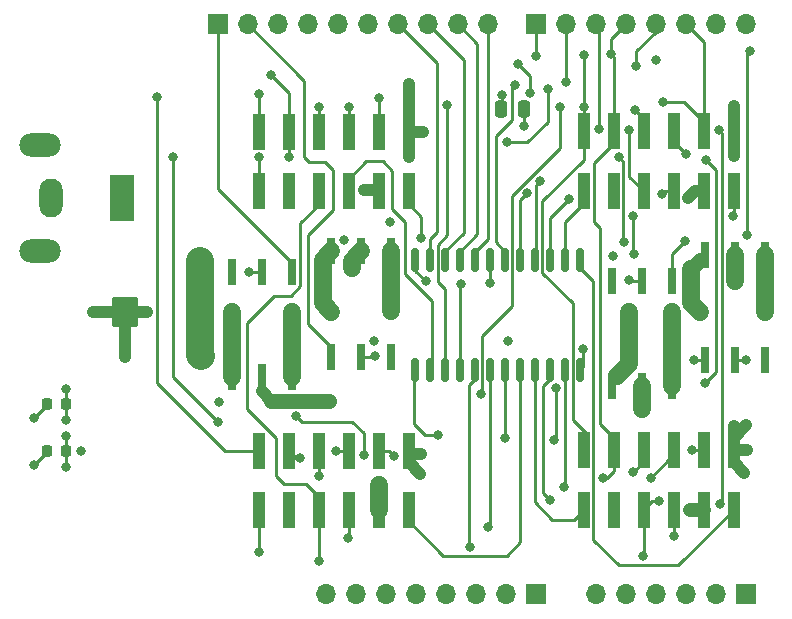
<source format=gbr>
%TF.GenerationSoftware,KiCad,Pcbnew,7.0.7*%
%TF.CreationDate,2024-12-12T20:18:19-05:00*%
%TF.ProjectId,design-files_CB,64657369-676e-42d6-9669-6c65735f4342,rev?*%
%TF.SameCoordinates,Original*%
%TF.FileFunction,Copper,L1,Top*%
%TF.FilePolarity,Positive*%
%FSLAX46Y46*%
G04 Gerber Fmt 4.6, Leading zero omitted, Abs format (unit mm)*
G04 Created by KiCad (PCBNEW 7.0.7) date 2024-12-12 20:18:19*
%MOMM*%
%LPD*%
G01*
G04 APERTURE LIST*
G04 Aperture macros list*
%AMRoundRect*
0 Rectangle with rounded corners*
0 $1 Rounding radius*
0 $2 $3 $4 $5 $6 $7 $8 $9 X,Y pos of 4 corners*
0 Add a 4 corners polygon primitive as box body*
4,1,4,$2,$3,$4,$5,$6,$7,$8,$9,$2,$3,0*
0 Add four circle primitives for the rounded corners*
1,1,$1+$1,$2,$3*
1,1,$1+$1,$4,$5*
1,1,$1+$1,$6,$7*
1,1,$1+$1,$8,$9*
0 Add four rect primitives between the rounded corners*
20,1,$1+$1,$2,$3,$4,$5,0*
20,1,$1+$1,$4,$5,$6,$7,0*
20,1,$1+$1,$6,$7,$8,$9,0*
20,1,$1+$1,$8,$9,$2,$3,0*%
G04 Aperture macros list end*
%TA.AperFunction,SMDPad,CuDef*%
%ADD10RoundRect,0.250000X0.250000X0.475000X-0.250000X0.475000X-0.250000X-0.475000X0.250000X-0.475000X0*%
%TD*%
%TA.AperFunction,SMDPad,CuDef*%
%ADD11R,0.650000X2.200000*%
%TD*%
%TA.AperFunction,SMDPad,CuDef*%
%ADD12R,1.000000X3.150000*%
%TD*%
%TA.AperFunction,SMDPad,CuDef*%
%ADD13RoundRect,0.150000X0.150000X-0.875000X0.150000X0.875000X-0.150000X0.875000X-0.150000X-0.875000X0*%
%TD*%
%TA.AperFunction,ComponentPad*%
%ADD14R,2.000000X4.000000*%
%TD*%
%TA.AperFunction,ComponentPad*%
%ADD15O,2.000000X3.300000*%
%TD*%
%TA.AperFunction,ComponentPad*%
%ADD16O,3.500000X2.000000*%
%TD*%
%TA.AperFunction,SMDPad,CuDef*%
%ADD17RoundRect,0.218750X0.218750X0.256250X-0.218750X0.256250X-0.218750X-0.256250X0.218750X-0.256250X0*%
%TD*%
%TA.AperFunction,SMDPad,CuDef*%
%ADD18RoundRect,0.250000X0.875000X1.025000X-0.875000X1.025000X-0.875000X-1.025000X0.875000X-1.025000X0*%
%TD*%
%TA.AperFunction,ComponentPad*%
%ADD19R,1.700000X1.700000*%
%TD*%
%TA.AperFunction,ComponentPad*%
%ADD20O,1.700000X1.700000*%
%TD*%
%TA.AperFunction,ViaPad*%
%ADD21C,0.800000*%
%TD*%
%TA.AperFunction,ViaPad*%
%ADD22C,1.600000*%
%TD*%
%TA.AperFunction,Conductor*%
%ADD23C,1.500000*%
%TD*%
%TA.AperFunction,Conductor*%
%ADD24C,0.250000*%
%TD*%
%TA.AperFunction,Conductor*%
%ADD25C,2.350000*%
%TD*%
%TA.AperFunction,Conductor*%
%ADD26C,1.300000*%
%TD*%
%TA.AperFunction,Conductor*%
%ADD27C,1.000000*%
%TD*%
%TA.AperFunction,Conductor*%
%ADD28C,1.200000*%
%TD*%
G04 APERTURE END LIST*
D10*
%TO.P,C5,1*%
%TO.N,+5V*%
X61570000Y-25050000D03*
%TO.P,C5,2*%
%TO.N,GND*%
X59670000Y-25050000D03*
%TD*%
D11*
%TO.P,U8,1*%
%TO.N,H3-D18*%
X74100000Y-39550000D03*
%TO.P,U8,2*%
%TO.N,GND*%
X71560000Y-39550000D03*
%TO.P,U8,3*%
%TO.N,N/C*%
X69020000Y-39550000D03*
%TO.P,U8,4*%
%TO.N,+9V*%
X69020000Y-48450000D03*
%TO.P,U8,5*%
%TO.N,Net-(R11-Pad2)*%
X71560000Y-48450000D03*
%TO.P,U8,6*%
%TO.N,+9V*%
X74100000Y-48450000D03*
%TD*%
D12*
%TO.P,J2,1,Pin_1*%
%TO.N,2-CS*%
X39130000Y-58990000D03*
%TO.P,J2,2,Pin_2*%
%TO.N,DIN*%
X39130000Y-53940000D03*
%TO.P,J2,3,Pin_3*%
%TO.N,unconnected-(J2-Pin_3-Pad3)*%
X41670000Y-58990000D03*
%TO.P,J2,4,Pin_4*%
%TO.N,~{RST}*%
X41670000Y-53940000D03*
%TO.P,J2,5,Pin_5*%
%TO.N,DOUT*%
X44210000Y-58990000D03*
%TO.P,J2,6,Pin_6*%
%TO.N,+5V*%
X44210000Y-53940000D03*
%TO.P,J2,7,Pin_7*%
%TO.N,2-CS_T1*%
X46750000Y-58990000D03*
%TO.P,J2,8,Pin_8*%
%TO.N,2-CS_T2*%
X46750000Y-53940000D03*
%TO.P,J2,9,Pin_9*%
%TO.N,2-Heater*%
X49290000Y-58990000D03*
%TO.P,J2,10,Pin_10*%
%TO.N,CLK*%
X49290000Y-53940000D03*
%TO.P,J2,11,Pin_11*%
%TO.N,2-CS_T3*%
X51830000Y-58990000D03*
%TO.P,J2,12,Pin_12*%
%TO.N,GND*%
X51830000Y-53940000D03*
%TD*%
%TO.P,J5,1,Pin_1*%
%TO.N,4-CS*%
X66630000Y-31940000D03*
%TO.P,J5,2,Pin_2*%
%TO.N,DIN*%
X66630000Y-26890000D03*
%TO.P,J5,3,Pin_3*%
%TO.N,unconnected-(J5-Pin_3-Pad3)*%
X69170000Y-31940000D03*
%TO.P,J5,4,Pin_4*%
%TO.N,~{RST}*%
X69170000Y-26890000D03*
%TO.P,J5,5,Pin_5*%
%TO.N,DOUT*%
X71710000Y-31940000D03*
%TO.P,J5,6,Pin_6*%
%TO.N,+5V*%
X71710000Y-26890000D03*
%TO.P,J5,7,Pin_7*%
%TO.N,4-CS_T1*%
X74250000Y-31940000D03*
%TO.P,J5,8,Pin_8*%
%TO.N,4-CS_T2*%
X74250000Y-26890000D03*
%TO.P,J5,9,Pin_9*%
%TO.N,4-Heater*%
X76790000Y-31940000D03*
%TO.P,J5,10,Pin_10*%
%TO.N,CLK*%
X76790000Y-26890000D03*
%TO.P,J5,11,Pin_11*%
%TO.N,4-CS_T3*%
X79330000Y-31940000D03*
%TO.P,J5,12,Pin_12*%
%TO.N,GND*%
X79330000Y-26890000D03*
%TD*%
D13*
%TO.P,U1,1,~{Y0}*%
%TO.N,1-CS*%
X52360000Y-47090000D03*
%TO.P,U1,2,~{Y1}*%
%TO.N,1-CS_T1*%
X53630000Y-47090000D03*
%TO.P,U1,3,~{Y2}*%
%TO.N,1-CS_T2*%
X54900000Y-47090000D03*
%TO.P,U1,4,~{Y3}*%
%TO.N,1-CS_T3*%
X56170000Y-47090000D03*
%TO.P,U1,5,~{Y4}*%
%TO.N,2-CS*%
X57440000Y-47090000D03*
%TO.P,U1,6,~{Y5}*%
%TO.N,2-CS_T1*%
X58710000Y-47090000D03*
%TO.P,U1,7,~{Y6}*%
%TO.N,2-CS_T2*%
X59980000Y-47090000D03*
%TO.P,U1,8,~{Y7}*%
%TO.N,2-CS_T3*%
X61250000Y-47090000D03*
%TO.P,U1,9,~{Y8}*%
%TO.N,3-CS*%
X62520000Y-47090000D03*
%TO.P,U1,10,~{Y9}*%
%TO.N,3-CS_T1*%
X63790000Y-47090000D03*
%TO.P,U1,11,~{Y10}*%
%TO.N,3-CS_T2*%
X65060000Y-47090000D03*
%TO.P,U1,12,GND*%
%TO.N,GND*%
X66330000Y-47090000D03*
%TO.P,U1,13,~{Y11}*%
%TO.N,3-CS_T3*%
X66330000Y-37790000D03*
%TO.P,U1,14,~{Y12}*%
%TO.N,4-CS*%
X65060000Y-37790000D03*
%TO.P,U1,15,~{Y13}*%
%TO.N,4-CS_T1*%
X63790000Y-37790000D03*
%TO.P,U1,16,~{Y14}*%
%TO.N,4-CS_T2*%
X62520000Y-37790000D03*
%TO.P,U1,17,~{Y15}*%
%TO.N,4-CS_T3*%
X61250000Y-37790000D03*
%TO.P,U1,18,~{E1}*%
%TO.N,~{ENABLE}*%
X59980000Y-37790000D03*
%TO.P,U1,19,~{E2}*%
%TO.N,GND*%
X58710000Y-37790000D03*
%TO.P,U1,20,A3*%
%TO.N,S-D8*%
X57440000Y-37790000D03*
%TO.P,U1,21,A2*%
%TO.N,S-D9*%
X56170000Y-37790000D03*
%TO.P,U1,22,A1*%
%TO.N,S-D10*%
X54900000Y-37790000D03*
%TO.P,U1,23,A0*%
%TO.N,S-D11*%
X53630000Y-37790000D03*
%TO.P,U1,24,Vcc*%
%TO.N,+5V*%
X52360000Y-37790000D03*
%TD*%
D11*
%TO.P,U9,1*%
%TO.N,H4-D19*%
X76880000Y-46290000D03*
%TO.P,U9,2*%
%TO.N,GND*%
X79420000Y-46290000D03*
%TO.P,U9,3*%
%TO.N,N/C*%
X81960000Y-46290000D03*
%TO.P,U9,4*%
%TO.N,+9V*%
X81960000Y-37390000D03*
%TO.P,U9,5*%
%TO.N,Net-(R14-Pad1)*%
X79420000Y-37390000D03*
%TO.P,U9,6*%
%TO.N,+9V*%
X76880000Y-37390000D03*
%TD*%
D14*
%TO.P,J1,1*%
%TO.N,/9V_IN*%
X27570000Y-32560000D03*
D15*
%TO.P,J1,2*%
%TO.N,GND*%
X21570000Y-32560000D03*
D16*
%TO.P,J1,MP*%
%TO.N,N/C*%
X20570000Y-28060000D03*
X20570000Y-37060000D03*
%TD*%
D12*
%TO.P,J3,1,Pin_1*%
%TO.N,1-CS*%
X39130000Y-31990000D03*
%TO.P,J3,2,Pin_2*%
%TO.N,DIN*%
X39130000Y-26940000D03*
%TO.P,J3,3,Pin_3*%
%TO.N,unconnected-(J3-Pin_3-Pad3)*%
X41670000Y-31990000D03*
%TO.P,J3,4,Pin_4*%
%TO.N,~{RST}*%
X41670000Y-26940000D03*
%TO.P,J3,5,Pin_5*%
%TO.N,DOUT*%
X44210000Y-31990000D03*
%TO.P,J3,6,Pin_6*%
%TO.N,+5V*%
X44210000Y-26940000D03*
%TO.P,J3,7,Pin_7*%
%TO.N,1-CS_T1*%
X46750000Y-31990000D03*
%TO.P,J3,8,Pin_8*%
%TO.N,1-CS_T2*%
X46750000Y-26940000D03*
%TO.P,J3,9,Pin_9*%
%TO.N,1-Heater*%
X49290000Y-31990000D03*
%TO.P,J3,10,Pin_10*%
%TO.N,CLK*%
X49290000Y-26940000D03*
%TO.P,J3,11,Pin_11*%
%TO.N,1-CS_T3*%
X51830000Y-31990000D03*
%TO.P,J3,12,Pin_12*%
%TO.N,GND*%
X51830000Y-26940000D03*
%TD*%
D11*
%TO.P,U6,1*%
%TO.N,H1-D13*%
X45230000Y-45970000D03*
%TO.P,U6,2*%
%TO.N,GND*%
X47770000Y-45970000D03*
%TO.P,U6,3*%
%TO.N,N/C*%
X50310000Y-45970000D03*
%TO.P,U6,4*%
%TO.N,+9V*%
X50310000Y-37070000D03*
%TO.P,U6,5*%
%TO.N,Net-(R1-Pad1)*%
X47770000Y-37070000D03*
%TO.P,U6,6*%
%TO.N,+9V*%
X45230000Y-37070000D03*
%TD*%
D17*
%TO.P,D17,1,K*%
%TO.N,GND*%
X22787500Y-54000000D03*
%TO.P,D17,2,A*%
%TO.N,Net-(D17-A)*%
X21212500Y-54000000D03*
%TD*%
D12*
%TO.P,J4,1,Pin_1*%
%TO.N,3-CS*%
X66630000Y-58940000D03*
%TO.P,J4,2,Pin_2*%
%TO.N,DIN*%
X66630000Y-53890000D03*
%TO.P,J4,3,Pin_3*%
%TO.N,unconnected-(J4-Pin_3-Pad3)*%
X69170000Y-58940000D03*
%TO.P,J4,4,Pin_4*%
%TO.N,~{RST}*%
X69170000Y-53890000D03*
%TO.P,J4,5,Pin_5*%
%TO.N,DOUT*%
X71710000Y-58940000D03*
%TO.P,J4,6,Pin_6*%
%TO.N,+5V*%
X71710000Y-53890000D03*
%TO.P,J4,7,Pin_7*%
%TO.N,3-CS_T1*%
X74250000Y-58940000D03*
%TO.P,J4,8,Pin_8*%
%TO.N,3-CS_T2*%
X74250000Y-53890000D03*
%TO.P,J4,9,Pin_9*%
%TO.N,3-Heater*%
X76790000Y-58940000D03*
%TO.P,J4,10,Pin_10*%
%TO.N,CLK*%
X76790000Y-53890000D03*
%TO.P,J4,11,Pin_11*%
%TO.N,3-CS_T3*%
X79330000Y-58940000D03*
%TO.P,J4,12,Pin_12*%
%TO.N,GND*%
X79330000Y-53890000D03*
%TD*%
D11*
%TO.P,U5,1*%
%TO.N,H2-D12*%
X41910000Y-38800000D03*
%TO.P,U5,2*%
%TO.N,GND*%
X39370000Y-38800000D03*
%TO.P,U5,3*%
%TO.N,N/C*%
X36830000Y-38800000D03*
%TO.P,U5,4*%
%TO.N,+9V*%
X36830000Y-47700000D03*
%TO.P,U5,5*%
%TO.N,Net-(R2-Pad1)*%
X39370000Y-47700000D03*
%TO.P,U5,6*%
%TO.N,+9V*%
X41910000Y-47700000D03*
%TD*%
D18*
%TO.P,C1,1*%
%TO.N,+9V*%
X34170000Y-42210000D03*
%TO.P,C1,2*%
%TO.N,GND*%
X27770000Y-42210000D03*
%TD*%
D17*
%TO.P,D18,1,K*%
%TO.N,GND*%
X22787500Y-50000000D03*
%TO.P,D18,2,A*%
%TO.N,Net-(D18-A)*%
X21212500Y-50000000D03*
%TD*%
D19*
%TO.P,J8,1,Pin_1*%
%TO.N,H2-D12*%
X35650000Y-17840000D03*
D20*
%TO.P,J8,2,Pin_2*%
%TO.N,H1-D13*%
X38190000Y-17840000D03*
%TO.P,J8,3,Pin_3*%
%TO.N,AREF*%
X40730000Y-17840000D03*
%TO.P,J8,4,Pin_4*%
%TO.N,GND*%
X43270000Y-17840000D03*
%TO.P,J8,5,Pin_5*%
%TO.N,H4-D19*%
X45810000Y-17840000D03*
%TO.P,J8,6,Pin_6*%
%TO.N,H3-D18*%
X48350000Y-17840000D03*
%TO.P,J8,7,Pin_7*%
%TO.N,S-D11*%
X50890000Y-17840000D03*
%TO.P,J8,8,Pin_8*%
%TO.N,S-D10*%
X53430000Y-17840000D03*
%TO.P,J8,9,Pin_9*%
%TO.N,S-D9*%
X55970000Y-17840000D03*
%TO.P,J8,10,Pin_10*%
%TO.N,S-D8*%
X58510000Y-17840000D03*
%TD*%
D19*
%TO.P,J7,1,Pin_1*%
%TO.N,A5*%
X80350000Y-66090000D03*
D20*
%TO.P,J7,2,Pin_2*%
%TO.N,A4*%
X77810000Y-66090000D03*
%TO.P,J7,3,Pin_3*%
%TO.N,A3*%
X75270000Y-66090000D03*
%TO.P,J7,4,Pin_4*%
%TO.N,A2*%
X72730000Y-66090000D03*
%TO.P,J7,5,Pin_5*%
%TO.N,A1*%
X70190000Y-66090000D03*
%TO.P,J7,6,Pin_6*%
%TO.N,A0*%
X67650000Y-66090000D03*
%TD*%
D19*
%TO.P,J6,1,Pin_1*%
%TO.N,Vin*%
X62570000Y-66090000D03*
D20*
%TO.P,J6,2,Pin_2*%
%TO.N,GND*%
X60030000Y-66090000D03*
%TO.P,J6,3,Pin_3*%
X57490000Y-66090000D03*
%TO.P,J6,4,Pin_4*%
%TO.N,+5V*%
X54950000Y-66090000D03*
%TO.P,J6,5,Pin_5*%
%TO.N,+3V3*%
X52410000Y-66090000D03*
%TO.P,J6,6,Pin_6*%
%TO.N,Reset*%
X49870000Y-66090000D03*
%TO.P,J6,7,Pin_7*%
%TO.N,IOREF*%
X47330000Y-66090000D03*
%TO.P,J6,8,Pin_8*%
%TO.N,unconnected-(J6-Pin_8-Pad8)*%
X44790000Y-66090000D03*
%TD*%
D19*
%TO.P,J9,1,Pin_1*%
%TO.N,DIN*%
X62570000Y-17840000D03*
D20*
%TO.P,J9,2,Pin_2*%
%TO.N,~{ENABLE}*%
X65110000Y-17840000D03*
%TO.P,J9,3,Pin_3*%
%TO.N,DOUT*%
X67650000Y-17840000D03*
%TO.P,J9,4,Pin_4*%
%TO.N,~{RST}*%
X70190000Y-17840000D03*
%TO.P,J9,5,Pin_5*%
%TO.N,CS*%
X72730000Y-17840000D03*
%TO.P,J9,6,Pin_6*%
%TO.N,CLK*%
X75270000Y-17840000D03*
%TO.P,J9,7,Pin_7*%
%TO.N,unconnected-(J9-Pin_7-Pad7)*%
X77810000Y-17840000D03*
%TO.P,J9,8,Pin_8*%
%TO.N,unconnected-(J9-Pin_8-Pad8)*%
X80350000Y-17840000D03*
%TD*%
D21*
%TO.N,+9V*%
X41910000Y-42170000D03*
X76470000Y-42173524D03*
X45260000Y-42170000D03*
X70460000Y-42170000D03*
X81940000Y-42190000D03*
D22*
X34210000Y-45890000D03*
D21*
X74100000Y-42170000D03*
X50360000Y-42170000D03*
D22*
X34170000Y-37880000D03*
D21*
X36840000Y-42170000D03*
%TO.N,GND*%
X70490000Y-39500000D03*
X52900000Y-54200000D03*
X80500000Y-53900000D03*
X22810000Y-55299500D03*
X29667324Y-42203068D03*
X80400000Y-51800000D03*
X69160000Y-37450000D03*
X48860000Y-44680000D03*
X60240000Y-44670000D03*
X22790000Y-52700500D03*
X38290000Y-38820000D03*
X80200000Y-55800000D03*
X49004500Y-45930000D03*
X53100000Y-27000000D03*
X51800000Y-22900000D03*
X22810000Y-48700500D03*
X80360000Y-46300000D03*
X79400000Y-29100000D03*
X27770000Y-46040000D03*
X46370000Y-36060000D03*
X79300000Y-51800000D03*
X66590000Y-45350000D03*
X50220000Y-34570000D03*
X59700000Y-23800000D03*
X52800000Y-55875500D03*
X51800000Y-29100000D03*
X79300000Y-24700000D03*
X58700000Y-39700000D03*
X22810000Y-51299500D03*
X25080000Y-42210000D03*
X35750000Y-49790000D03*
%TO.N,+5V*%
X61600000Y-26450000D03*
X70970000Y-25090000D03*
X44210000Y-56100000D03*
X70850000Y-55770000D03*
X24060000Y-53990000D03*
X53270000Y-39600000D03*
X44200000Y-24850000D03*
%TO.N,2-Heater*%
X49330000Y-56840000D03*
X42300000Y-51010000D03*
X48010000Y-54320000D03*
%TO.N,1-Heater*%
X48030000Y-31900000D03*
%TO.N,3-Heater*%
X75580000Y-58880000D03*
%TO.N,4-Heater*%
X75490000Y-32510000D03*
%TO.N,H3-D18*%
X75180000Y-36190000D03*
X80500000Y-35690000D03*
X80740000Y-20070000D03*
%TO.N,H4-D19*%
X76010000Y-46270000D03*
X72800000Y-20900000D03*
%TO.N,CS*%
X71100000Y-21400000D03*
X62080000Y-23650000D03*
X61100000Y-21224500D03*
%TO.N,~{ENABLE}*%
X60800000Y-23004500D03*
X65110000Y-22724500D03*
%TO.N,Net-(D17-A)*%
X20070000Y-55190000D03*
%TO.N,Net-(D18-A)*%
X20100000Y-51160000D03*
%TO.N,2-CS*%
X39190000Y-62530000D03*
X57000000Y-62100000D03*
%TO.N,DIN*%
X30500000Y-24000000D03*
X66630000Y-24860000D03*
X39130000Y-23780000D03*
X66630000Y-20424500D03*
X62600000Y-20500000D03*
%TO.N,~{RST}*%
X41700000Y-29100000D03*
X68980000Y-20390000D03*
X40147604Y-22107603D03*
X68300000Y-56275500D03*
X42590000Y-54590000D03*
%TO.N,DOUT*%
X78200000Y-58450000D03*
X70500000Y-26800000D03*
X67970000Y-26730000D03*
X78100000Y-26800000D03*
X71650000Y-62880000D03*
X73000000Y-58200000D03*
X44260000Y-63240000D03*
%TO.N,2-CS_T1*%
X58540000Y-60440000D03*
X46670000Y-61350000D03*
%TO.N,2-CS_T2*%
X59980000Y-52850000D03*
X45680000Y-53930000D03*
%TO.N,CLK*%
X49270000Y-24060000D03*
X73370000Y-24440000D03*
X50580000Y-54360000D03*
X75780000Y-53910000D03*
%TO.N,1-CS*%
X31900000Y-29100000D03*
X39160000Y-29114502D03*
X35700000Y-51500000D03*
X54320000Y-52570000D03*
%TO.N,1-CS_T2*%
X55080000Y-24710000D03*
X46780000Y-24870000D03*
%TO.N,1-CS_T3*%
X52900000Y-35900000D03*
X56220000Y-39860000D03*
%TO.N,3-CS_T1*%
X74300000Y-61200000D03*
X63770000Y-58120000D03*
%TO.N,3-CS_T2*%
X72330000Y-56210000D03*
X65000000Y-57000000D03*
%TO.N,4-CS_T1*%
X65429283Y-32605316D03*
X73290000Y-32210000D03*
%TO.N,4-CS_T2*%
X75270000Y-28860000D03*
X62970000Y-31110000D03*
%TO.N,4-CS_T3*%
X79300000Y-34100000D03*
X61842299Y-32132299D03*
%TO.N,Net-(U4A--)*%
X64160000Y-53000000D03*
X64268137Y-48638853D03*
%TO.N,/current-sensing/V_{h1}*%
X60110000Y-27840000D03*
X63600000Y-23324500D03*
%TO.N,/current-sensing/V_{h2}*%
X64600000Y-24800000D03*
X57985500Y-49170000D03*
%TO.N,/current-sensing/V_{h4}*%
X70020000Y-36280000D03*
X69600000Y-29100000D03*
%TO.N,/current-sensing/V_{h3}*%
X77000000Y-29300000D03*
X76940000Y-48200000D03*
%TO.N,Net-(R1-Pad1)*%
X46990000Y-38450000D03*
%TO.N,Net-(R2-Pad1)*%
X45100000Y-49700000D03*
%TO.N,Net-(R11-Pad2)*%
X71550000Y-50390000D03*
%TO.N,Net-(R14-Pad1)*%
X70850000Y-34110000D03*
X79430000Y-39580000D03*
X70860000Y-37300000D03*
%TD*%
D23*
%TO.N,+9V*%
X69450000Y-47630000D02*
X70460000Y-46620000D01*
X44530000Y-41440000D02*
X45260000Y-42170000D01*
D24*
X50310000Y-42120000D02*
X50360000Y-42170000D01*
D25*
X34170000Y-42210000D02*
X34170000Y-45850000D01*
D23*
X81960000Y-37390000D02*
X81960000Y-42170000D01*
X75720000Y-38550000D02*
X75720000Y-41423524D01*
D26*
X76480000Y-37790000D02*
X75720000Y-38550000D01*
D23*
X50310000Y-37070000D02*
X50310000Y-42120000D01*
X41910000Y-47700000D02*
X41910000Y-42170000D01*
D26*
X76550000Y-37790000D02*
X76480000Y-37790000D01*
D23*
X70460000Y-46620000D02*
X70460000Y-42170000D01*
D25*
X34170000Y-45850000D02*
X34210000Y-45890000D01*
D23*
X75720000Y-41423524D02*
X76470000Y-42173524D01*
X45230000Y-37070000D02*
X44530000Y-37770000D01*
D25*
X34170000Y-42210000D02*
X34170000Y-37880000D01*
D23*
X36830000Y-47700000D02*
X36830000Y-42180000D01*
X74100000Y-48450000D02*
X74100000Y-42170000D01*
D24*
X36830000Y-42180000D02*
X36840000Y-42170000D01*
D23*
X44530000Y-37770000D02*
X44530000Y-41440000D01*
D27*
%TO.N,GND*%
X80200000Y-55800000D02*
X79330000Y-54930000D01*
X51830000Y-26940000D02*
X51830000Y-29070000D01*
D24*
X51840000Y-26950000D02*
X51830000Y-26940000D01*
X79320000Y-26900000D02*
X79330000Y-26890000D01*
X80490000Y-53890000D02*
X80500000Y-53900000D01*
X39370000Y-38800000D02*
X38310000Y-38800000D01*
D27*
X52900000Y-54200000D02*
X52090000Y-54200000D01*
X51830000Y-54905500D02*
X52800000Y-55875500D01*
D24*
X51830000Y-52530000D02*
X51830000Y-53940000D01*
D27*
X27770000Y-42210000D02*
X27770000Y-46040000D01*
D24*
X52090000Y-54200000D02*
X51830000Y-53940000D01*
X22787500Y-51277000D02*
X22810000Y-51299500D01*
X22787500Y-52703000D02*
X22790000Y-52700500D01*
X79330000Y-29030000D02*
X79400000Y-29100000D01*
D27*
X79330000Y-53890000D02*
X79330000Y-51830000D01*
D24*
X58700000Y-38400000D02*
X58710000Y-38390000D01*
X22787500Y-48723000D02*
X22810000Y-48700500D01*
X47770000Y-45970000D02*
X48964500Y-45970000D01*
D27*
X51830000Y-26940000D02*
X53040000Y-26940000D01*
D24*
X48964500Y-45970000D02*
X49004500Y-45930000D01*
X58710000Y-38390000D02*
X58710000Y-37790000D01*
X38310000Y-38800000D02*
X38290000Y-38820000D01*
D27*
X79330000Y-53890000D02*
X80490000Y-53890000D01*
D24*
X70540000Y-39550000D02*
X70490000Y-39500000D01*
D27*
X79330000Y-52870000D02*
X80400000Y-51800000D01*
D24*
X79330000Y-54930000D02*
X79330000Y-53890000D01*
X51830000Y-22930000D02*
X51800000Y-22900000D01*
X59700000Y-23800000D02*
X59700000Y-25020000D01*
X51830000Y-53940000D02*
X51830000Y-54905500D01*
X22787500Y-55277000D02*
X22810000Y-55299500D01*
D27*
X29660392Y-42210000D02*
X29667324Y-42203068D01*
D24*
X80350000Y-46290000D02*
X80360000Y-46300000D01*
D27*
X51830000Y-26940000D02*
X51830000Y-22930000D01*
D24*
X79330000Y-51830000D02*
X79300000Y-51800000D01*
X66590000Y-45350000D02*
X66590000Y-46830000D01*
X79420000Y-46290000D02*
X80350000Y-46290000D01*
X66590000Y-46830000D02*
X66330000Y-47090000D01*
X51830000Y-29070000D02*
X51800000Y-29100000D01*
X53040000Y-26940000D02*
X53100000Y-27000000D01*
D27*
X27770000Y-42210000D02*
X25080000Y-42210000D01*
D24*
X22787500Y-54000000D02*
X22787500Y-52703000D01*
X58700000Y-39700000D02*
X58700000Y-38400000D01*
D27*
X27770000Y-42210000D02*
X29660392Y-42210000D01*
X79330000Y-26890000D02*
X79330000Y-24730000D01*
X79330000Y-26890000D02*
X79330000Y-29030000D01*
D24*
X71560000Y-39550000D02*
X70540000Y-39550000D01*
X22787500Y-50000000D02*
X22787500Y-48723000D01*
X22787500Y-54000000D02*
X22787500Y-55277000D01*
X79330000Y-53890000D02*
X79330000Y-52870000D01*
X79330000Y-24730000D02*
X79300000Y-24700000D01*
X22787500Y-50000000D02*
X22787500Y-51277000D01*
X59700000Y-25020000D02*
X59670000Y-25050000D01*
%TO.N,+5V*%
X44210000Y-24860000D02*
X44200000Y-24850000D01*
X71710000Y-53890000D02*
X71710000Y-54910000D01*
X71710000Y-25830000D02*
X70970000Y-25090000D01*
X71710000Y-54910000D02*
X70850000Y-55770000D01*
X61600000Y-26450000D02*
X61570000Y-26420000D01*
X52360000Y-38690000D02*
X53270000Y-39600000D01*
X44210000Y-26940000D02*
X44210000Y-24860000D01*
X61570000Y-26420000D02*
X61570000Y-25050000D01*
X71710000Y-26890000D02*
X71710000Y-25830000D01*
X44210000Y-53940000D02*
X44210000Y-56100000D01*
X52360000Y-37790000D02*
X52360000Y-38690000D01*
%TO.N,2-Heater*%
X49290000Y-57920000D02*
X49290000Y-58990000D01*
X42790000Y-51500000D02*
X47035000Y-51500000D01*
X47035000Y-51500000D02*
X48010000Y-52475000D01*
X49330000Y-58950000D02*
X49290000Y-58990000D01*
X42300000Y-51010000D02*
X42790000Y-51500000D01*
X48010000Y-52475000D02*
X48010000Y-54320000D01*
D23*
X49330000Y-56840000D02*
X49330000Y-58950000D01*
D27*
%TO.N,1-Heater*%
X48030000Y-31900000D02*
X49200000Y-31900000D01*
D24*
X49200000Y-31900000D02*
X49290000Y-31990000D01*
%TO.N,3-Heater*%
X75640000Y-58940000D02*
X75580000Y-58880000D01*
D28*
X76790000Y-58940000D02*
X75640000Y-58940000D01*
D27*
%TO.N,4-Heater*%
X76060000Y-31940000D02*
X75490000Y-32510000D01*
X76790000Y-31940000D02*
X76060000Y-31940000D01*
D24*
%TO.N,S-D8*%
X57440000Y-37080000D02*
X57440000Y-37790000D01*
X58510000Y-36010000D02*
X57440000Y-37080000D01*
X58510000Y-17840000D02*
X58510000Y-36010000D01*
%TO.N,S-D9*%
X57640000Y-19510000D02*
X57640000Y-35630000D01*
X55970000Y-17840000D02*
X57640000Y-19510000D01*
X57640000Y-35630000D02*
X56170000Y-37100000D01*
X56170000Y-37100000D02*
X56170000Y-37790000D01*
%TO.N,S-D10*%
X54900000Y-37060000D02*
X54900000Y-37790000D01*
X56470000Y-35490000D02*
X54900000Y-37060000D01*
X56470000Y-20880000D02*
X56470000Y-35490000D01*
X53430000Y-17840000D02*
X56470000Y-20880000D01*
%TO.N,S-D11*%
X50890000Y-17840000D02*
X54200000Y-21150000D01*
X53630000Y-36000000D02*
X53630000Y-37790000D01*
X54200000Y-35430000D02*
X53630000Y-36000000D01*
X54200000Y-21150000D02*
X54200000Y-35430000D01*
%TO.N,H3-D18*%
X80500000Y-35690000D02*
X80500000Y-20310000D01*
X75180000Y-36190000D02*
X74100000Y-37270000D01*
X80500000Y-20310000D02*
X80740000Y-20070000D01*
X74100000Y-37270000D02*
X74100000Y-39550000D01*
%TO.N,H4-D19*%
X76030000Y-46290000D02*
X76010000Y-46270000D01*
X76880000Y-46290000D02*
X76030000Y-46290000D01*
%TO.N,CS*%
X71100000Y-21400000D02*
X71100000Y-20130000D01*
X72730000Y-18500000D02*
X72730000Y-17840000D01*
X71100000Y-20130000D02*
X72730000Y-18500000D01*
X61100000Y-21224500D02*
X62080000Y-22204500D01*
X62080000Y-22204500D02*
X62080000Y-23650000D01*
%TO.N,~{ENABLE}*%
X60600000Y-23204500D02*
X60600000Y-25900000D01*
X59200000Y-27300000D02*
X59200000Y-36300000D01*
X60600000Y-25900000D02*
X59200000Y-27300000D01*
X60800000Y-23004500D02*
X60600000Y-23204500D01*
X59980000Y-37080000D02*
X59980000Y-37790000D01*
X65110000Y-22724500D02*
X65110000Y-17840000D01*
X59200000Y-36300000D02*
X59980000Y-37080000D01*
%TO.N,Net-(D17-A)*%
X21212500Y-54047500D02*
X20070000Y-55190000D01*
X21212500Y-54000000D02*
X21212500Y-54047500D01*
%TO.N,Net-(D18-A)*%
X21212500Y-50047500D02*
X20100000Y-51160000D01*
X21212500Y-50000000D02*
X21212500Y-50047500D01*
%TO.N,2-CS*%
X39190000Y-62530000D02*
X39130000Y-62470000D01*
X56900000Y-48370000D02*
X57440000Y-47830000D01*
X39130000Y-62470000D02*
X39130000Y-58990000D01*
X56900000Y-54040000D02*
X56900000Y-48370000D01*
X57000000Y-62100000D02*
X56890000Y-61990000D01*
X56890000Y-61990000D02*
X56890000Y-54050000D01*
X57440000Y-47830000D02*
X57440000Y-47090000D01*
X56890000Y-54050000D02*
X56900000Y-54040000D01*
%TO.N,DIN*%
X66955000Y-52565000D02*
X65700000Y-51310000D01*
X65700000Y-41416751D02*
X63145000Y-38861751D01*
X39130000Y-23780000D02*
X39130000Y-26940000D01*
X30500000Y-30900000D02*
X30500000Y-24000000D01*
X62570000Y-20470000D02*
X62570000Y-17840000D01*
X65700000Y-51310000D02*
X65700000Y-41416751D01*
X36240000Y-53940000D02*
X39130000Y-53940000D01*
X63145000Y-38861751D02*
X63145000Y-32785000D01*
X66630000Y-20424500D02*
X66630000Y-24860000D01*
X66630000Y-53890000D02*
X66955000Y-53565000D01*
X62600000Y-20500000D02*
X62570000Y-20470000D01*
X63145000Y-32785000D02*
X66630000Y-29300000D01*
X30500000Y-48200000D02*
X36240000Y-53940000D01*
X66630000Y-29300000D02*
X66630000Y-26890000D01*
X66630000Y-24860000D02*
X66630000Y-26890000D01*
X30500000Y-30900000D02*
X30500000Y-48200000D01*
%TO.N,~{RST}*%
X68300000Y-56275500D02*
X68624500Y-56275500D01*
X68980000Y-19050000D02*
X70190000Y-17840000D01*
X41670000Y-29070000D02*
X41700000Y-29100000D01*
X67500000Y-34586827D02*
X68040000Y-35126827D01*
X41670000Y-26940000D02*
X41670000Y-29070000D01*
X68624500Y-56275500D02*
X69200000Y-55700000D01*
X68040000Y-35126827D02*
X68040000Y-51700000D01*
X69200000Y-55700000D02*
X69200000Y-53920000D01*
X69170000Y-26890000D02*
X69170000Y-20580000D01*
X69170000Y-26890000D02*
X69170000Y-27930000D01*
X68040000Y-51700000D02*
X69170000Y-52830000D01*
X69170000Y-27930000D02*
X67500000Y-29600000D01*
X42320000Y-54590000D02*
X41670000Y-53940000D01*
X42590000Y-54590000D02*
X42320000Y-54590000D01*
X69200000Y-53920000D02*
X69170000Y-53890000D01*
X68980000Y-20390000D02*
X68980000Y-19050000D01*
X69170000Y-20580000D02*
X68980000Y-20390000D01*
X69170000Y-52830000D02*
X69170000Y-53890000D01*
X41670000Y-23629999D02*
X41670000Y-26940000D01*
X67500000Y-29600000D02*
X67500000Y-34586827D01*
X40147604Y-22107603D02*
X41670000Y-23629999D01*
%TO.N,DOUT*%
X42640000Y-34680000D02*
X42640000Y-40030000D01*
X40590000Y-56115305D02*
X41274695Y-56800000D01*
X44260000Y-63240000D02*
X44210000Y-63190000D01*
X71710000Y-30890000D02*
X71710000Y-31940000D01*
X38120000Y-43160000D02*
X38120000Y-50370000D01*
X40590000Y-52840000D02*
X40590000Y-56115305D01*
X73000000Y-58200000D02*
X72450000Y-58200000D01*
X70500000Y-30730000D02*
X71710000Y-31940000D01*
X44210000Y-31990000D02*
X44210000Y-33110000D01*
X38120000Y-50370000D02*
X40590000Y-52840000D01*
X42640000Y-40030000D02*
X41850000Y-40820000D01*
X71710000Y-62820000D02*
X71710000Y-58940000D01*
X78315000Y-27015000D02*
X78100000Y-26800000D01*
X67970000Y-26730000D02*
X67970000Y-18160000D01*
X40460000Y-40820000D02*
X38120000Y-43160000D01*
X44210000Y-63190000D02*
X44210000Y-58990000D01*
X41274695Y-56800000D02*
X43120000Y-56800000D01*
X71650000Y-62880000D02*
X71710000Y-62820000D01*
X43120000Y-56800000D02*
X44210000Y-57890000D01*
X78200000Y-58450000D02*
X78315000Y-58335000D01*
X67970000Y-18160000D02*
X67650000Y-17840000D01*
X41850000Y-40820000D02*
X40460000Y-40820000D01*
X44210000Y-33110000D02*
X42640000Y-34680000D01*
X44210000Y-57890000D02*
X44210000Y-58990000D01*
X78315000Y-58335000D02*
X78315000Y-27015000D01*
X72450000Y-58200000D02*
X71710000Y-58940000D01*
X70500000Y-26800000D02*
X70500000Y-30730000D01*
%TO.N,2-CS_T1*%
X46670000Y-61350000D02*
X46750000Y-61270000D01*
X58710000Y-60270000D02*
X58710000Y-47090000D01*
X58540000Y-60440000D02*
X58710000Y-60270000D01*
X46750000Y-61270000D02*
X46750000Y-58990000D01*
%TO.N,2-CS_T2*%
X45680000Y-53930000D02*
X45690000Y-53940000D01*
X45690000Y-53940000D02*
X46750000Y-53940000D01*
X59980000Y-52850000D02*
X59980000Y-47090000D01*
%TO.N,CLK*%
X76770000Y-53910000D02*
X76790000Y-53890000D01*
X75140000Y-24440000D02*
X76790000Y-26090000D01*
X73370000Y-24440000D02*
X75140000Y-24440000D01*
X49290000Y-26940000D02*
X49290000Y-24080000D01*
X50160000Y-53940000D02*
X49290000Y-53940000D01*
X76790000Y-26090000D02*
X76790000Y-26890000D01*
X50580000Y-54360000D02*
X50160000Y-53940000D01*
X49290000Y-24080000D02*
X49270000Y-24060000D01*
X75270000Y-17840000D02*
X76790000Y-19360000D01*
X75780000Y-53910000D02*
X76770000Y-53910000D01*
X76790000Y-19360000D02*
X76790000Y-26890000D01*
%TO.N,2-CS_T3*%
X60110000Y-62840000D02*
X61250000Y-61700000D01*
X51830000Y-59900000D02*
X54770000Y-62840000D01*
X61250000Y-61700000D02*
X61250000Y-47090000D01*
X54770000Y-62840000D02*
X60110000Y-62840000D01*
X51830000Y-58990000D02*
X51830000Y-59900000D01*
%TO.N,1-CS*%
X39160000Y-29114502D02*
X39160000Y-31960000D01*
X52300000Y-51685000D02*
X52300000Y-47150000D01*
X52300000Y-47150000D02*
X52360000Y-47090000D01*
X39160000Y-31960000D02*
X39130000Y-31990000D01*
X31900000Y-47700000D02*
X31900000Y-29100000D01*
X54320000Y-52570000D02*
X53185000Y-52570000D01*
X35700000Y-51500000D02*
X31900000Y-47700000D01*
X53185000Y-52570000D02*
X52300000Y-51685000D01*
%TO.N,1-CS_T1*%
X49610000Y-29430000D02*
X48235000Y-29430000D01*
X50420000Y-33480000D02*
X51530000Y-34590000D01*
X51530000Y-38940000D02*
X53840000Y-41250000D01*
X50420000Y-30240000D02*
X50420000Y-33480000D01*
X50420000Y-30240000D02*
X49610000Y-29430000D01*
X53840000Y-46880000D02*
X53630000Y-47090000D01*
X51530000Y-34590000D02*
X51530000Y-38940000D01*
X48235000Y-29430000D02*
X46750000Y-30915000D01*
X53840000Y-41250000D02*
X53840000Y-46880000D01*
X46750000Y-30915000D02*
X46750000Y-31990000D01*
%TO.N,1-CS_T2*%
X46780000Y-26910000D02*
X46750000Y-26940000D01*
X54275000Y-36496624D02*
X54275000Y-39645000D01*
X55100000Y-35671624D02*
X54275000Y-36496624D01*
X54900000Y-40270000D02*
X54900000Y-47090000D01*
X46780000Y-24870000D02*
X46780000Y-26910000D01*
X55100000Y-24730000D02*
X55100000Y-35671624D01*
X55080000Y-24710000D02*
X55100000Y-24730000D01*
X54275000Y-39645000D02*
X54900000Y-40270000D01*
%TO.N,1-CS_T3*%
X56170000Y-47090000D02*
X56170000Y-39910000D01*
X52900000Y-35900000D02*
X52900000Y-34150000D01*
X52900000Y-34150000D02*
X51830000Y-33080000D01*
X51830000Y-33080000D02*
X51830000Y-31990000D01*
X56170000Y-39910000D02*
X56220000Y-39860000D01*
%TO.N,3-CS*%
X63970000Y-59770000D02*
X65800000Y-59770000D01*
X62520000Y-58320000D02*
X63970000Y-59770000D01*
X62520000Y-47090000D02*
X62520000Y-58320000D01*
X65800000Y-59770000D02*
X66630000Y-58940000D01*
%TO.N,3-CS_T1*%
X63790000Y-47890000D02*
X63790000Y-47090000D01*
X63200000Y-57550000D02*
X63200000Y-48480000D01*
X74300000Y-61200000D02*
X74250000Y-61150000D01*
X63200000Y-48480000D02*
X63790000Y-47890000D01*
X63770000Y-58120000D02*
X63200000Y-57550000D01*
X74250000Y-61150000D02*
X74250000Y-58940000D01*
%TO.N,3-CS_T2*%
X65000000Y-57000000D02*
X65060000Y-56940000D01*
X65060000Y-56940000D02*
X65060000Y-47090000D01*
X73900000Y-54240000D02*
X74250000Y-53890000D01*
X73900000Y-54640000D02*
X73900000Y-54240000D01*
X72330000Y-56210000D02*
X73900000Y-54640000D01*
%TO.N,3-CS_T3*%
X67455000Y-39595000D02*
X67455000Y-61515000D01*
X79330000Y-59970000D02*
X79330000Y-58940000D01*
X66330000Y-37790000D02*
X66330000Y-38470000D01*
X74620000Y-63650000D02*
X79330000Y-58940000D01*
X66330000Y-38470000D02*
X67455000Y-39595000D01*
X69590000Y-63650000D02*
X74620000Y-63650000D01*
X67455000Y-61515000D02*
X69590000Y-63650000D01*
%TO.N,4-CS*%
X65060000Y-34560000D02*
X66630000Y-32990000D01*
X66630000Y-32990000D02*
X66630000Y-31940000D01*
X65060000Y-37790000D02*
X65060000Y-34560000D01*
%TO.N,4-CS_T1*%
X73290000Y-32210000D02*
X73560000Y-31940000D01*
X63790000Y-34244599D02*
X63790000Y-37790000D01*
X65429283Y-32605316D02*
X63790000Y-34244599D01*
X73560000Y-31940000D02*
X74250000Y-31940000D01*
%TO.N,4-CS_T2*%
X75270000Y-28860000D02*
X74250000Y-27840000D01*
X62600000Y-31480000D02*
X62600000Y-37710000D01*
X62970000Y-31110000D02*
X62600000Y-31480000D01*
X74250000Y-27840000D02*
X74250000Y-26890000D01*
X62600000Y-37710000D02*
X62520000Y-37790000D01*
%TO.N,4-CS_T3*%
X61250000Y-32724598D02*
X61250000Y-37790000D01*
X61842299Y-32132299D02*
X61250000Y-32724598D01*
X79330000Y-34070000D02*
X79330000Y-31940000D01*
X79300000Y-34100000D02*
X79330000Y-34070000D01*
%TO.N,Net-(U4A--)*%
X64268137Y-48638853D02*
X64268137Y-52891863D01*
X64268137Y-52891863D02*
X64160000Y-53000000D01*
%TO.N,/current-sensing/V_{h1}*%
X61830000Y-27840000D02*
X63600000Y-26070000D01*
X60110000Y-27840000D02*
X61830000Y-27840000D01*
X63600000Y-26070000D02*
X63600000Y-23324500D01*
%TO.N,/current-sensing/V_{h2}*%
X64600000Y-28350000D02*
X64600000Y-24800000D01*
X58065000Y-44225000D02*
X60605000Y-41685000D01*
X57985500Y-49170000D02*
X58065000Y-49090500D01*
X60605000Y-41685000D02*
X60605000Y-32345000D01*
X60605000Y-32345000D02*
X64600000Y-28350000D01*
X58065000Y-49090500D02*
X58065000Y-44225000D01*
%TO.N,/current-sensing/V_{h4}*%
X69995000Y-29495000D02*
X69600000Y-29100000D01*
X70020000Y-36280000D02*
X69995000Y-36255000D01*
X69995000Y-36255000D02*
X69995000Y-29495000D01*
%TO.N,/current-sensing/V_{h3}*%
X77850000Y-47290000D02*
X77850000Y-30150000D01*
X76940000Y-48200000D02*
X77850000Y-47290000D01*
X77850000Y-30150000D02*
X77000000Y-29300000D01*
%TO.N,H2-D12*%
X35650000Y-31750000D02*
X35650000Y-17840000D01*
X41910000Y-38800000D02*
X41910000Y-38010000D01*
X41910000Y-38010000D02*
X35650000Y-31750000D01*
%TO.N,H1-D13*%
X43260000Y-35665000D02*
X45400000Y-33525000D01*
X42950000Y-22600000D02*
X38190000Y-17840000D01*
X45400000Y-30140000D02*
X44740000Y-29480000D01*
X45230000Y-45190000D02*
X43260000Y-43220000D01*
X43360000Y-29480000D02*
X42950000Y-29070000D01*
X43260000Y-43220000D02*
X43260000Y-35665000D01*
X44740000Y-29480000D02*
X43360000Y-29480000D01*
X45230000Y-45970000D02*
X45230000Y-45190000D01*
X45400000Y-33525000D02*
X45400000Y-30140000D01*
X42950000Y-29070000D02*
X42950000Y-22600000D01*
D23*
%TO.N,Net-(R1-Pad1)*%
X46990000Y-37850000D02*
X47770000Y-37070000D01*
X46990000Y-38450000D02*
X46990000Y-37850000D01*
D26*
%TO.N,Net-(R2-Pad1)*%
X45100000Y-49700000D02*
X40180000Y-49700000D01*
D24*
X39370000Y-48890000D02*
X39370000Y-47700000D01*
D27*
X40180000Y-49700000D02*
X39370000Y-48890000D01*
D24*
%TO.N,Net-(R11-Pad2)*%
X71550000Y-48460000D02*
X71560000Y-48450000D01*
D23*
X71550000Y-50390000D02*
X71550000Y-48460000D01*
D24*
%TO.N,Net-(R14-Pad1)*%
X79420000Y-39570000D02*
X79430000Y-39580000D01*
D23*
X79420000Y-37390000D02*
X79420000Y-39570000D01*
D24*
X70860000Y-37300000D02*
X70850000Y-37290000D01*
X70850000Y-37290000D02*
X70850000Y-34110000D01*
%TD*%
M02*

</source>
